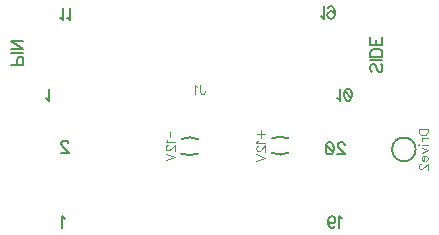
<source format=gbr>
G04 DipTrace 3.3.1.3*
G04 BottomSilk.gbr*
%MOIN*%
G04 #@! TF.FileFunction,Legend,Bot*
G04 #@! TF.Part,Single*
%ADD21C,0.006*%
%ADD22C,0.007874*%
%ADD35C,0.004632*%
%ADD36C,0.006176*%
%FSLAX26Y26*%
G04*
G70*
G90*
G75*
G01*
G04 BotSilk*
%LPD*%
X1287948Y746783D2*
D21*
G03X1231947Y746783I-28001J-62337D01*
G01*
Y698783D2*
G03X1287948Y698783I28001J62337D01*
G01*
X1589124Y749054D2*
G03X1533123Y749054I-28001J-62337D01*
G01*
Y701054D2*
G03X1589124Y701054I28001J62337D01*
G01*
X1934305Y712537D2*
D22*
G02X1934305Y712537I39370J0D01*
G01*
X1294770Y926209D2*
D35*
Y903262D1*
X1296196Y898951D1*
X1297655Y897525D1*
X1300507Y896065D1*
X1303392D1*
X1306244Y897525D1*
X1307670Y898951D1*
X1309129Y903262D1*
Y906113D1*
X1285506Y920439D2*
X1282621Y921898D1*
X1278310Y926176D1*
Y896065D1*
X1195102Y770089D2*
Y753508D1*
X1185784Y744245D2*
X1184325Y741360D1*
X1180047Y737049D1*
X1210158D1*
X1187210Y726326D2*
X1185784D1*
X1182899Y724900D1*
X1181473Y723474D1*
X1180047Y720589D1*
Y714852D1*
X1181473Y712000D1*
X1182899Y710574D1*
X1185784Y709115D1*
X1188636D1*
X1191521Y710574D1*
X1195799Y713426D1*
X1210158Y727785D1*
Y707689D1*
X1180014Y698426D2*
X1210158Y686952D1*
X1180014Y675478D1*
X1483362Y764086D2*
X1509195D1*
X1496295Y776986D2*
Y751153D1*
X1486960Y741889D2*
X1485501Y739004D1*
X1481223Y734693D1*
X1511334D1*
X1488386Y723970D2*
X1486960D1*
X1484075Y722544D1*
X1482649Y721118D1*
X1481223Y718233D1*
Y712496D1*
X1482649Y709645D1*
X1484075Y708219D1*
X1486960Y706759D1*
X1489812D1*
X1492697Y708219D1*
X1496975Y711070D1*
X1511334Y725429D1*
Y705333D1*
X1481190Y696070D2*
X1511334Y684596D1*
X1481190Y673122D1*
X2023220Y780199D2*
X2053364D1*
Y770151D1*
X2051905Y765840D1*
X2049053Y762955D1*
X2046168Y761529D1*
X2041890Y760103D1*
X2034694D1*
X2030383Y761529D1*
X2027531Y762955D1*
X2024646Y765840D1*
X2023220Y770151D1*
Y780199D1*
X2033268Y750839D2*
X2053364D1*
X2041890D2*
X2037579Y749380D1*
X2034694Y746528D1*
X2033268Y743643D1*
Y739332D1*
X2023220Y730068D2*
X2024646Y728642D1*
X2023220Y727183D1*
X2021761Y728643D1*
X2023220Y730068D1*
X2033268Y728642D2*
X2053364D1*
X2033268Y717920D2*
X2053364Y709298D1*
X2033268Y700709D1*
X2041890Y691445D2*
Y674234D1*
X2039005D1*
X2036120Y675660D1*
X2034694Y677086D1*
X2033268Y679971D1*
Y684282D1*
X2034694Y687134D1*
X2037579Y690019D1*
X2041890Y691445D1*
X2044742D1*
X2049053Y690019D1*
X2051905Y687134D1*
X2053364Y684282D1*
Y679971D1*
X2051905Y677086D1*
X2049053Y674234D1*
X2030416Y663512D2*
X2028990D1*
X2026105Y662086D1*
X2024679Y660660D1*
X2023253Y657775D1*
Y652038D1*
X2024679Y649186D1*
X2026105Y647760D1*
X2028990Y646301D1*
X2031842D1*
X2034727Y647760D1*
X2039005Y650612D1*
X2053364Y664971D1*
Y644875D1*
X844521Y481276D2*
D36*
X840675Y483222D1*
X834927Y488926D1*
Y448778D1*
X1767468Y482649D2*
X1763622Y484594D1*
X1757873Y490298D1*
Y450150D1*
X1720629Y476945D2*
X1722574Y471197D1*
X1726377Y467350D1*
X1732125Y465449D1*
X1734026D1*
X1739774Y467350D1*
X1743577Y471197D1*
X1745522Y476945D1*
Y478846D1*
X1743577Y484594D1*
X1739774Y488397D1*
X1734026Y490298D1*
X1732125D1*
X1726377Y488397D1*
X1722574Y484594D1*
X1720629Y476945D1*
Y467350D1*
X1722574Y457800D1*
X1726377Y452052D1*
X1732125Y450150D1*
X1735927D1*
X1741675Y452052D1*
X1743577Y455899D1*
X854446Y732124D2*
Y734026D1*
X852545Y737872D1*
X850644Y739774D1*
X846797Y741675D1*
X839148D1*
X835345Y739774D1*
X833444Y737872D1*
X831498Y734026D1*
Y730223D1*
X833444Y726376D1*
X837246Y720672D1*
X856392Y701527D1*
X829597D1*
X1776596Y725989D2*
Y727890D1*
X1774695Y731737D1*
X1772794Y733638D1*
X1768947Y735540D1*
X1761298D1*
X1757495Y733638D1*
X1755594Y731737D1*
X1753648Y727890D1*
Y724088D1*
X1755594Y720241D1*
X1759397Y714537D1*
X1778542Y695392D1*
X1751747D1*
X1727900Y735540D2*
X1733648Y733638D1*
X1737495Y727890D1*
X1739396Y718340D1*
Y712592D1*
X1737495Y703041D1*
X1733648Y697293D1*
X1727900Y695392D1*
X1724097D1*
X1718349Y697293D1*
X1714547Y703041D1*
X1712601Y712592D1*
Y718340D1*
X1714547Y727890D1*
X1718349Y733638D1*
X1724097Y735540D1*
X1727900D1*
X1714547Y727890D2*
X1737495Y703041D1*
X684548Y994461D2*
Y1011705D1*
X686449Y1017409D1*
X688395Y1019355D1*
X692197Y1021256D1*
X697945D1*
X701748Y1019355D1*
X703693Y1017409D1*
X705594Y1011705D1*
Y994461D1*
X665402D1*
X705594Y1033607D2*
X665402D1*
X705594Y1072753D2*
X665402D1*
X705594Y1045959D1*
X665402D1*
X781701Y882686D2*
X785547Y880741D1*
X791296Y875037D1*
Y915185D1*
X1696939Y1156252D2*
X1700785Y1154307D1*
X1706533Y1148603D1*
X1706534Y1188750D1*
X1743778Y1161956D2*
X1741833Y1167704D1*
X1738030Y1171551D1*
X1732282Y1173452D1*
X1730381D1*
X1724633Y1171551D1*
X1720830Y1167704D1*
X1718885Y1161956D1*
Y1160055D1*
X1720830Y1154306D1*
X1724633Y1150504D1*
X1730381Y1148603D1*
X1732282D1*
X1738030Y1150504D1*
X1741833Y1154306D1*
X1743778Y1161956D1*
Y1171551D1*
X1741833Y1181101D1*
X1738030Y1186849D1*
X1732282Y1188750D1*
X1728480D1*
X1722732Y1186849D1*
X1720830Y1183002D1*
X1751949Y882419D2*
X1755796Y880474D1*
X1761544Y874770D1*
Y914918D1*
X1785391Y874770D2*
X1779643Y876671D1*
X1775796Y882419D1*
X1773895Y891970D1*
Y897718D1*
X1775796Y907269D1*
X1779643Y913017D1*
X1785391Y914918D1*
X1789194D1*
X1794942Y913017D1*
X1798744Y907268D1*
X1800690Y897718D1*
Y891970D1*
X1798744Y882419D1*
X1794942Y876671D1*
X1789194Y874770D1*
X1785391D1*
X1798744Y882419D2*
X1775796Y907269D1*
X828213Y1151915D2*
X832060Y1149969D1*
X837808Y1144266D1*
Y1184413D1*
X850159Y1151915D2*
X854006Y1149969D1*
X859754Y1144266D1*
Y1184413D1*
X1895811Y997066D2*
X1899658Y993264D1*
X1901559Y987516D1*
Y979866D1*
X1899658Y974118D1*
X1895811Y970272D1*
X1892008D1*
X1888162Y972217D1*
X1886260Y974118D1*
X1884359Y977921D1*
X1880512Y989417D1*
X1878611Y993264D1*
X1876666Y995165D1*
X1872863Y997066D1*
X1867115D1*
X1863313Y993264D1*
X1861367Y987516D1*
Y979866D1*
X1863313Y974118D1*
X1867115Y970272D1*
X1901559Y1009418D2*
X1861367D1*
X1901559Y1021769D2*
X1861367D1*
Y1035166D1*
X1863312Y1040915D1*
X1867115Y1044761D1*
X1870962Y1046663D1*
X1876666Y1048564D1*
X1886260D1*
X1892008Y1046662D1*
X1895811Y1044761D1*
X1899658Y1040914D1*
X1901559Y1035166D1*
Y1021769D1*
Y1085764D2*
Y1060915D1*
X1861367D1*
Y1085764D1*
X1882414Y1060915D2*
Y1076214D1*
M02*

</source>
